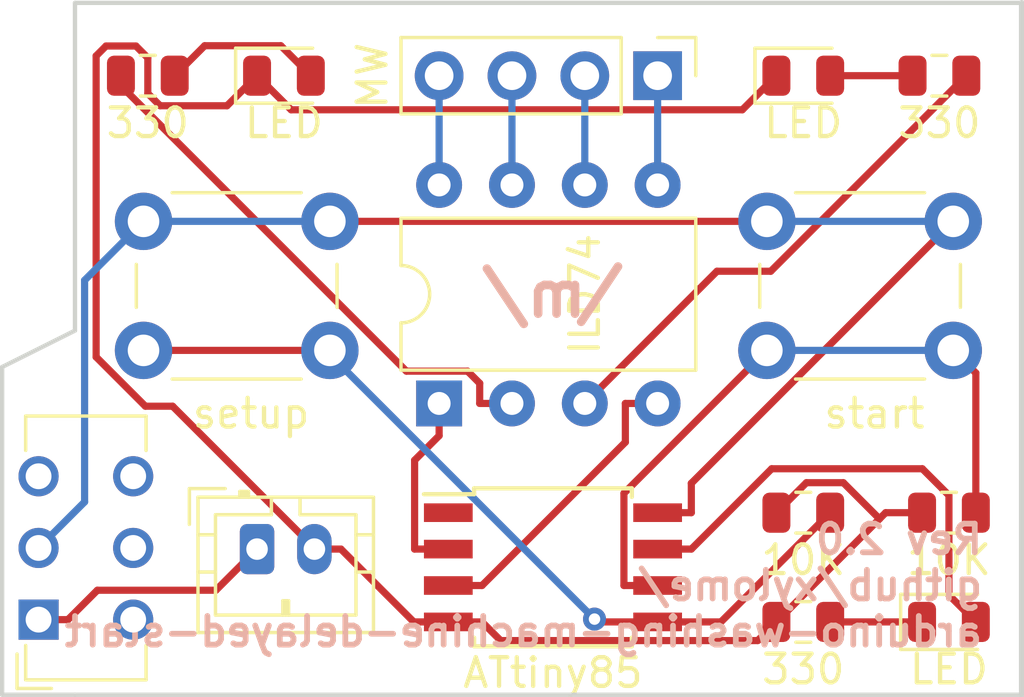
<source format=kicad_pcb>
(kicad_pcb (version 20171130) (host pcbnew "(5.0.1-3-g963ef8bb5)")

  (general
    (thickness 1.6)
    (drawings 9)
    (tracks 87)
    (zones 0)
    (modules 15)
    (nets 19)
  )

  (page A4)
  (layers
    (0 F.Cu signal)
    (31 B.Cu signal)
    (32 B.Adhes user)
    (33 F.Adhes user)
    (34 B.Paste user)
    (35 F.Paste user)
    (36 B.SilkS user)
    (37 F.SilkS user)
    (38 B.Mask user)
    (39 F.Mask user)
    (40 Dwgs.User user)
    (41 Cmts.User user)
    (42 Eco1.User user)
    (43 Eco2.User user)
    (44 Edge.Cuts user)
    (45 Margin user)
    (46 B.CrtYd user)
    (47 F.CrtYd user)
    (48 B.Fab user)
    (49 F.Fab user)
  )

  (setup
    (last_trace_width 0.25)
    (trace_clearance 0.2)
    (zone_clearance 0.508)
    (zone_45_only no)
    (trace_min 0.2)
    (segment_width 0.2)
    (edge_width 0.15)
    (via_size 0.8)
    (via_drill 0.4)
    (via_min_size 0.4)
    (via_min_drill 0.3)
    (uvia_size 0.3)
    (uvia_drill 0.1)
    (uvias_allowed no)
    (uvia_min_size 0.2)
    (uvia_min_drill 0.1)
    (pcb_text_width 0.3)
    (pcb_text_size 1.5 1.5)
    (mod_edge_width 0.15)
    (mod_text_size 1 1)
    (mod_text_width 0.15)
    (pad_size 1.524 1.524)
    (pad_drill 0.762)
    (pad_to_mask_clearance 0.051)
    (solder_mask_min_width 0.25)
    (aux_axis_origin 68.58 116.84)
    (grid_origin 68.58 116.84)
    (visible_elements FFFFFF7F)
    (pcbplotparams
      (layerselection 0x010fc_ffffffff)
      (usegerberextensions false)
      (usegerberattributes false)
      (usegerberadvancedattributes false)
      (creategerberjobfile false)
      (excludeedgelayer true)
      (linewidth 0.100000)
      (plotframeref false)
      (viasonmask false)
      (mode 1)
      (useauxorigin false)
      (hpglpennumber 1)
      (hpglpenspeed 20)
      (hpglpendiameter 15.000000)
      (psnegative false)
      (psa4output false)
      (plotreference true)
      (plotvalue true)
      (plotinvisibletext false)
      (padsonsilk false)
      (subtractmaskfromsilk false)
      (outputformat 1)
      (mirror false)
      (drillshape 0)
      (scaleselection 1)
      (outputdirectory "../../gerber/"))
  )

  (net 0 "")
  (net 1 "Net-(D1-Pad2)")
  (net 2 GND)
  (net 3 "Net-(D2-Pad2)")
  (net 4 "Net-(D3-Pad1)")
  (net 5 status)
  (net 6 "Net-(J1-Pad1)")
  (net 7 "Net-(J1-Pad2)")
  (net 8 "Net-(J1-Pad3)")
  (net 9 "Net-(J1-Pad4)")
  (net 10 +3V3)
  (net 11 "Net-(R1-Pad1)")
  (net 12 "Net-(R2-Pad2)")
  (net 13 setup)
  (net 14 start)
  (net 15 "Net-(U1-Pad1)")
  (net 16 onoff)
  (net 17 playpause)
  (net 18 "Net-(J2-Pad1)")

  (net_class Default "Ceci est la Netclass par défaut."
    (clearance 0.2)
    (trace_width 0.25)
    (via_dia 0.8)
    (via_drill 0.4)
    (uvia_dia 0.3)
    (uvia_drill 0.1)
    (add_net +3V3)
    (add_net GND)
    (add_net "Net-(D1-Pad2)")
    (add_net "Net-(D2-Pad2)")
    (add_net "Net-(D3-Pad1)")
    (add_net "Net-(J1-Pad1)")
    (add_net "Net-(J1-Pad2)")
    (add_net "Net-(J1-Pad3)")
    (add_net "Net-(J1-Pad4)")
    (add_net "Net-(J2-Pad1)")
    (add_net "Net-(R1-Pad1)")
    (add_net "Net-(R2-Pad2)")
    (add_net "Net-(U1-Pad1)")
    (add_net onoff)
    (add_net playpause)
    (add_net setup)
    (add_net start)
    (add_net status)
  )

  (module LED_SMD:LED_0805_2012Metric (layer F.Cu) (tedit 5C6488B2) (tstamp 5C70E5B9)
    (at 78.4075 95.25)
    (descr "LED SMD 0805 (2012 Metric), square (rectangular) end terminal, IPC_7351 nominal, (Body size source: https://docs.google.com/spreadsheets/d/1BsfQQcO9C6DZCsRaXUlFlo91Tg2WpOkGARC1WS5S8t0/edit?usp=sharing), generated with kicad-footprint-generator")
    (tags diode)
    (path /5C61417E)
    (attr smd)
    (fp_text reference D1 (at 0 -1.65) (layer F.SilkS) hide
      (effects (font (size 1 1) (thickness 0.15)))
    )
    (fp_text value LED (at 0 1.65) (layer F.SilkS)
      (effects (font (size 1 1) (thickness 0.15)))
    )
    (fp_text user %R (at 0 0) (layer F.Fab)
      (effects (font (size 0.5 0.5) (thickness 0.08)))
    )
    (fp_line (start 1.68 0.95) (end -1.68 0.95) (layer F.CrtYd) (width 0.05))
    (fp_line (start 1.68 -0.95) (end 1.68 0.95) (layer F.CrtYd) (width 0.05))
    (fp_line (start -1.68 -0.95) (end 1.68 -0.95) (layer F.CrtYd) (width 0.05))
    (fp_line (start -1.68 0.95) (end -1.68 -0.95) (layer F.CrtYd) (width 0.05))
    (fp_line (start -1.685 0.96) (end 1 0.96) (layer F.SilkS) (width 0.12))
    (fp_line (start -1.685 -0.96) (end -1.685 0.96) (layer F.SilkS) (width 0.12))
    (fp_line (start 1 -0.96) (end -1.685 -0.96) (layer F.SilkS) (width 0.12))
    (fp_line (start 1 0.6) (end 1 -0.6) (layer F.Fab) (width 0.1))
    (fp_line (start -1 0.6) (end 1 0.6) (layer F.Fab) (width 0.1))
    (fp_line (start -1 -0.3) (end -1 0.6) (layer F.Fab) (width 0.1))
    (fp_line (start -0.7 -0.6) (end -1 -0.3) (layer F.Fab) (width 0.1))
    (fp_line (start 1 -0.6) (end -0.7 -0.6) (layer F.Fab) (width 0.1))
    (pad 2 smd roundrect (at 0.9375 0) (size 0.975 1.4) (layers F.Cu F.Paste F.Mask) (roundrect_rratio 0.25)
      (net 1 "Net-(D1-Pad2)"))
    (pad 1 smd roundrect (at -0.9375 0) (size 0.975 1.4) (layers F.Cu F.Paste F.Mask) (roundrect_rratio 0.25)
      (net 2 GND))
    (model ${KISYS3DMOD}/LED_SMD.3dshapes/LED_0805_2012Metric.wrl
      (at (xyz 0 0 0))
      (scale (xyz 1 1 1))
      (rotate (xyz 0 0 0))
    )
  )

  (module LED_SMD:LED_0805_2012Metric (layer F.Cu) (tedit 5C6488A4) (tstamp 5C70E5CC)
    (at 96.52 95.25)
    (descr "LED SMD 0805 (2012 Metric), square (rectangular) end terminal, IPC_7351 nominal, (Body size source: https://docs.google.com/spreadsheets/d/1BsfQQcO9C6DZCsRaXUlFlo91Tg2WpOkGARC1WS5S8t0/edit?usp=sharing), generated with kicad-footprint-generator")
    (tags diode)
    (path /5C616BE6)
    (attr smd)
    (fp_text reference D2 (at 0 -1.65) (layer F.SilkS) hide
      (effects (font (size 1 1) (thickness 0.15)))
    )
    (fp_text value LED (at 0 1.65) (layer F.SilkS)
      (effects (font (size 1 1) (thickness 0.15)))
    )
    (fp_line (start 1 -0.6) (end -0.7 -0.6) (layer F.Fab) (width 0.1))
    (fp_line (start -0.7 -0.6) (end -1 -0.3) (layer F.Fab) (width 0.1))
    (fp_line (start -1 -0.3) (end -1 0.6) (layer F.Fab) (width 0.1))
    (fp_line (start -1 0.6) (end 1 0.6) (layer F.Fab) (width 0.1))
    (fp_line (start 1 0.6) (end 1 -0.6) (layer F.Fab) (width 0.1))
    (fp_line (start 1 -0.96) (end -1.685 -0.96) (layer F.SilkS) (width 0.12))
    (fp_line (start -1.685 -0.96) (end -1.685 0.96) (layer F.SilkS) (width 0.12))
    (fp_line (start -1.685 0.96) (end 1 0.96) (layer F.SilkS) (width 0.12))
    (fp_line (start -1.68 0.95) (end -1.68 -0.95) (layer F.CrtYd) (width 0.05))
    (fp_line (start -1.68 -0.95) (end 1.68 -0.95) (layer F.CrtYd) (width 0.05))
    (fp_line (start 1.68 -0.95) (end 1.68 0.95) (layer F.CrtYd) (width 0.05))
    (fp_line (start 1.68 0.95) (end -1.68 0.95) (layer F.CrtYd) (width 0.05))
    (fp_text user %R (at 0 0) (layer F.Fab)
      (effects (font (size 0.5 0.5) (thickness 0.08)))
    )
    (pad 1 smd roundrect (at -0.9375 0) (size 0.975 1.4) (layers F.Cu F.Paste F.Mask) (roundrect_rratio 0.25)
      (net 2 GND))
    (pad 2 smd roundrect (at 0.9375 0) (size 0.975 1.4) (layers F.Cu F.Paste F.Mask) (roundrect_rratio 0.25)
      (net 3 "Net-(D2-Pad2)"))
    (model ${KISYS3DMOD}/LED_SMD.3dshapes/LED_0805_2012Metric.wrl
      (at (xyz 0 0 0))
      (scale (xyz 1 1 1))
      (rotate (xyz 0 0 0))
    )
  )

  (module LED_SMD:LED_0805_2012Metric (layer F.Cu) (tedit 5C64888C) (tstamp 5C70E5DF)
    (at 101.6 114.3)
    (descr "LED SMD 0805 (2012 Metric), square (rectangular) end terminal, IPC_7351 nominal, (Body size source: https://docs.google.com/spreadsheets/d/1BsfQQcO9C6DZCsRaXUlFlo91Tg2WpOkGARC1WS5S8t0/edit?usp=sharing), generated with kicad-footprint-generator")
    (tags diode)
    (path /5C60F60B)
    (attr smd)
    (fp_text reference D3 (at 5.08 -2.54) (layer F.SilkS) hide
      (effects (font (size 1 1) (thickness 0.15)))
    )
    (fp_text value LED (at 0 1.65) (layer F.SilkS)
      (effects (font (size 1 1) (thickness 0.15)))
    )
    (fp_line (start 1 -0.6) (end -0.7 -0.6) (layer F.Fab) (width 0.1))
    (fp_line (start -0.7 -0.6) (end -1 -0.3) (layer F.Fab) (width 0.1))
    (fp_line (start -1 -0.3) (end -1 0.6) (layer F.Fab) (width 0.1))
    (fp_line (start -1 0.6) (end 1 0.6) (layer F.Fab) (width 0.1))
    (fp_line (start 1 0.6) (end 1 -0.6) (layer F.Fab) (width 0.1))
    (fp_line (start 1 -0.96) (end -1.685 -0.96) (layer F.SilkS) (width 0.12))
    (fp_line (start -1.685 -0.96) (end -1.685 0.96) (layer F.SilkS) (width 0.12))
    (fp_line (start -1.685 0.96) (end 1 0.96) (layer F.SilkS) (width 0.12))
    (fp_line (start -1.68 0.95) (end -1.68 -0.95) (layer F.CrtYd) (width 0.05))
    (fp_line (start -1.68 -0.95) (end 1.68 -0.95) (layer F.CrtYd) (width 0.05))
    (fp_line (start 1.68 -0.95) (end 1.68 0.95) (layer F.CrtYd) (width 0.05))
    (fp_line (start 1.68 0.95) (end -1.68 0.95) (layer F.CrtYd) (width 0.05))
    (fp_text user %R (at 0 0) (layer F.Fab)
      (effects (font (size 0.5 0.5) (thickness 0.08)))
    )
    (pad 1 smd roundrect (at -0.9375 0) (size 0.975 1.4) (layers F.Cu F.Paste F.Mask) (roundrect_rratio 0.25)
      (net 4 "Net-(D3-Pad1)"))
    (pad 2 smd roundrect (at 0.9375 0) (size 0.975 1.4) (layers F.Cu F.Paste F.Mask) (roundrect_rratio 0.25)
      (net 5 status))
    (model ${KISYS3DMOD}/LED_SMD.3dshapes/LED_0805_2012Metric.wrl
      (at (xyz 0 0 0))
      (scale (xyz 1 1 1))
      (rotate (xyz 0 0 0))
    )
  )

  (module Connector_PinHeader_2.54mm:PinHeader_1x04_P2.54mm_Vertical (layer F.Cu) (tedit 5C648946) (tstamp 5C70E5F7)
    (at 91.44 95.25 270)
    (descr "Through hole straight pin header, 1x04, 2.54mm pitch, single row")
    (tags "Through hole pin header THT 1x04 2.54mm single row")
    (path /5C64763D)
    (fp_text reference J1 (at 0 -2.33 270) (layer F.SilkS) hide
      (effects (font (size 1 1) (thickness 0.15)))
    )
    (fp_text value MW (at 0 9.95 270) (layer F.SilkS)
      (effects (font (size 1 1) (thickness 0.15)))
    )
    (fp_line (start -0.635 -1.27) (end 1.27 -1.27) (layer F.Fab) (width 0.1))
    (fp_line (start 1.27 -1.27) (end 1.27 8.89) (layer F.Fab) (width 0.1))
    (fp_line (start 1.27 8.89) (end -1.27 8.89) (layer F.Fab) (width 0.1))
    (fp_line (start -1.27 8.89) (end -1.27 -0.635) (layer F.Fab) (width 0.1))
    (fp_line (start -1.27 -0.635) (end -0.635 -1.27) (layer F.Fab) (width 0.1))
    (fp_line (start -1.33 8.95) (end 1.33 8.95) (layer F.SilkS) (width 0.12))
    (fp_line (start -1.33 1.27) (end -1.33 8.95) (layer F.SilkS) (width 0.12))
    (fp_line (start 1.33 1.27) (end 1.33 8.95) (layer F.SilkS) (width 0.12))
    (fp_line (start -1.33 1.27) (end 1.33 1.27) (layer F.SilkS) (width 0.12))
    (fp_line (start -1.33 0) (end -1.33 -1.33) (layer F.SilkS) (width 0.12))
    (fp_line (start -1.33 -1.33) (end 0 -1.33) (layer F.SilkS) (width 0.12))
    (fp_line (start -1.8 -1.8) (end -1.8 9.4) (layer F.CrtYd) (width 0.05))
    (fp_line (start -1.8 9.4) (end 1.8 9.4) (layer F.CrtYd) (width 0.05))
    (fp_line (start 1.8 9.4) (end 1.8 -1.8) (layer F.CrtYd) (width 0.05))
    (fp_line (start 1.8 -1.8) (end -1.8 -1.8) (layer F.CrtYd) (width 0.05))
    (fp_text user %R (at 0 3.81) (layer F.Fab)
      (effects (font (size 1 1) (thickness 0.15)))
    )
    (pad 1 thru_hole rect (at 0 0 270) (size 1.7 1.7) (drill 1) (layers *.Cu *.Mask)
      (net 6 "Net-(J1-Pad1)"))
    (pad 2 thru_hole oval (at 0 2.54 270) (size 1.7 1.7) (drill 1) (layers *.Cu *.Mask)
      (net 7 "Net-(J1-Pad2)"))
    (pad 3 thru_hole oval (at 0 5.08 270) (size 1.7 1.7) (drill 1) (layers *.Cu *.Mask)
      (net 8 "Net-(J1-Pad3)"))
    (pad 4 thru_hole oval (at 0 7.62 270) (size 1.7 1.7) (drill 1) (layers *.Cu *.Mask)
      (net 9 "Net-(J1-Pad4)"))
    (model ${KISYS3DMOD}/Connector_PinHeader_2.54mm.3dshapes/PinHeader_1x04_P2.54mm_Vertical.wrl
      (at (xyz 0 0 0))
      (scale (xyz 1 1 1))
      (rotate (xyz 0 0 0))
    )
  )

  (module Connector_JST:JST_PH_B2B-PH-K_1x02_P2.00mm_Vertical (layer F.Cu) (tedit 5C648515) (tstamp 5C70E621)
    (at 77.47 111.76)
    (descr "JST PH series connector, B2B-PH-K (http://www.jst-mfg.com/product/pdf/eng/ePH.pdf), generated with kicad-footprint-generator")
    (tags "connector JST PH side entry")
    (path /5C5F7A3D)
    (fp_text reference J2 (at 1 -2.9) (layer F.SilkS) hide
      (effects (font (size 1 1) (thickness 0.15)))
    )
    (fp_text value Alim (at 1 4) (layer F.Fab)
      (effects (font (size 1 1) (thickness 0.15)))
    )
    (fp_line (start -2.06 -1.81) (end -2.06 2.91) (layer F.SilkS) (width 0.12))
    (fp_line (start -2.06 2.91) (end 4.06 2.91) (layer F.SilkS) (width 0.12))
    (fp_line (start 4.06 2.91) (end 4.06 -1.81) (layer F.SilkS) (width 0.12))
    (fp_line (start 4.06 -1.81) (end -2.06 -1.81) (layer F.SilkS) (width 0.12))
    (fp_line (start -0.3 -1.81) (end -0.3 -2.01) (layer F.SilkS) (width 0.12))
    (fp_line (start -0.3 -2.01) (end -0.6 -2.01) (layer F.SilkS) (width 0.12))
    (fp_line (start -0.6 -2.01) (end -0.6 -1.81) (layer F.SilkS) (width 0.12))
    (fp_line (start -0.3 -1.91) (end -0.6 -1.91) (layer F.SilkS) (width 0.12))
    (fp_line (start 0.5 -1.81) (end 0.5 -1.2) (layer F.SilkS) (width 0.12))
    (fp_line (start 0.5 -1.2) (end -1.45 -1.2) (layer F.SilkS) (width 0.12))
    (fp_line (start -1.45 -1.2) (end -1.45 2.3) (layer F.SilkS) (width 0.12))
    (fp_line (start -1.45 2.3) (end 3.45 2.3) (layer F.SilkS) (width 0.12))
    (fp_line (start 3.45 2.3) (end 3.45 -1.2) (layer F.SilkS) (width 0.12))
    (fp_line (start 3.45 -1.2) (end 1.5 -1.2) (layer F.SilkS) (width 0.12))
    (fp_line (start 1.5 -1.2) (end 1.5 -1.81) (layer F.SilkS) (width 0.12))
    (fp_line (start -2.06 -0.5) (end -1.45 -0.5) (layer F.SilkS) (width 0.12))
    (fp_line (start -2.06 0.8) (end -1.45 0.8) (layer F.SilkS) (width 0.12))
    (fp_line (start 4.06 -0.5) (end 3.45 -0.5) (layer F.SilkS) (width 0.12))
    (fp_line (start 4.06 0.8) (end 3.45 0.8) (layer F.SilkS) (width 0.12))
    (fp_line (start 0.9 2.3) (end 0.9 1.8) (layer F.SilkS) (width 0.12))
    (fp_line (start 0.9 1.8) (end 1.1 1.8) (layer F.SilkS) (width 0.12))
    (fp_line (start 1.1 1.8) (end 1.1 2.3) (layer F.SilkS) (width 0.12))
    (fp_line (start 1 2.3) (end 1 1.8) (layer F.SilkS) (width 0.12))
    (fp_line (start -1.11 -2.11) (end -2.36 -2.11) (layer F.SilkS) (width 0.12))
    (fp_line (start -2.36 -2.11) (end -2.36 -0.86) (layer F.SilkS) (width 0.12))
    (fp_line (start -1.11 -2.11) (end -2.36 -2.11) (layer F.Fab) (width 0.1))
    (fp_line (start -2.36 -2.11) (end -2.36 -0.86) (layer F.Fab) (width 0.1))
    (fp_line (start -1.95 -1.7) (end -1.95 2.8) (layer F.Fab) (width 0.1))
    (fp_line (start -1.95 2.8) (end 3.95 2.8) (layer F.Fab) (width 0.1))
    (fp_line (start 3.95 2.8) (end 3.95 -1.7) (layer F.Fab) (width 0.1))
    (fp_line (start 3.95 -1.7) (end -1.95 -1.7) (layer F.Fab) (width 0.1))
    (fp_line (start -2.45 -2.2) (end -2.45 3.3) (layer F.CrtYd) (width 0.05))
    (fp_line (start -2.45 3.3) (end 4.45 3.3) (layer F.CrtYd) (width 0.05))
    (fp_line (start 4.45 3.3) (end 4.45 -2.2) (layer F.CrtYd) (width 0.05))
    (fp_line (start 4.45 -2.2) (end -2.45 -2.2) (layer F.CrtYd) (width 0.05))
    (fp_text user %R (at 1 1.5) (layer F.Fab)
      (effects (font (size 1 1) (thickness 0.15)))
    )
    (pad 1 thru_hole roundrect (at 0 0) (size 1.2 1.75) (drill 0.75) (layers *.Cu *.Mask) (roundrect_rratio 0.208333)
      (net 18 "Net-(J2-Pad1)"))
    (pad 2 thru_hole oval (at 2 0) (size 1.2 1.75) (drill 0.75) (layers *.Cu *.Mask)
      (net 2 GND))
    (model ${KISYS3DMOD}/Connector_JST.3dshapes/JST_PH_B2B-PH-K_1x02_P2.00mm_Vertical.wrl
      (at (xyz 0 0 0))
      (scale (xyz 1 1 1))
      (rotate (xyz 0 0 0))
    )
  )

  (module Resistor_SMD:R_0805_2012Metric (layer F.Cu) (tedit 5C6488C4) (tstamp 5C70E632)
    (at 73.66 95.25)
    (descr "Resistor SMD 0805 (2012 Metric), square (rectangular) end terminal, IPC_7351 nominal, (Body size source: https://docs.google.com/spreadsheets/d/1BsfQQcO9C6DZCsRaXUlFlo91Tg2WpOkGARC1WS5S8t0/edit?usp=sharing), generated with kicad-footprint-generator")
    (tags resistor)
    (path /5C613A0F)
    (attr smd)
    (fp_text reference R1 (at 0 -1.65) (layer F.SilkS) hide
      (effects (font (size 1 1) (thickness 0.15)))
    )
    (fp_text value 330 (at 0 1.65) (layer F.SilkS)
      (effects (font (size 1 1) (thickness 0.15)))
    )
    (fp_text user %R (at 0 0) (layer F.Fab)
      (effects (font (size 0.5 0.5) (thickness 0.08)))
    )
    (fp_line (start 1.68 0.95) (end -1.68 0.95) (layer F.CrtYd) (width 0.05))
    (fp_line (start 1.68 -0.95) (end 1.68 0.95) (layer F.CrtYd) (width 0.05))
    (fp_line (start -1.68 -0.95) (end 1.68 -0.95) (layer F.CrtYd) (width 0.05))
    (fp_line (start -1.68 0.95) (end -1.68 -0.95) (layer F.CrtYd) (width 0.05))
    (fp_line (start -0.258578 0.71) (end 0.258578 0.71) (layer F.SilkS) (width 0.12))
    (fp_line (start -0.258578 -0.71) (end 0.258578 -0.71) (layer F.SilkS) (width 0.12))
    (fp_line (start 1 0.6) (end -1 0.6) (layer F.Fab) (width 0.1))
    (fp_line (start 1 -0.6) (end 1 0.6) (layer F.Fab) (width 0.1))
    (fp_line (start -1 -0.6) (end 1 -0.6) (layer F.Fab) (width 0.1))
    (fp_line (start -1 0.6) (end -1 -0.6) (layer F.Fab) (width 0.1))
    (pad 2 smd roundrect (at 0.9375 0) (size 0.975 1.4) (layers F.Cu F.Paste F.Mask) (roundrect_rratio 0.25)
      (net 1 "Net-(D1-Pad2)"))
    (pad 1 smd roundrect (at -0.9375 0) (size 0.975 1.4) (layers F.Cu F.Paste F.Mask) (roundrect_rratio 0.25)
      (net 11 "Net-(R1-Pad1)"))
    (model ${KISYS3DMOD}/Resistor_SMD.3dshapes/R_0805_2012Metric.wrl
      (at (xyz 0 0 0))
      (scale (xyz 1 1 1))
      (rotate (xyz 0 0 0))
    )
  )

  (module Resistor_SMD:R_0805_2012Metric (layer F.Cu) (tedit 5C6488AB) (tstamp 5C70E643)
    (at 101.268 95.25)
    (descr "Resistor SMD 0805 (2012 Metric), square (rectangular) end terminal, IPC_7351 nominal, (Body size source: https://docs.google.com/spreadsheets/d/1BsfQQcO9C6DZCsRaXUlFlo91Tg2WpOkGARC1WS5S8t0/edit?usp=sharing), generated with kicad-footprint-generator")
    (tags resistor)
    (path /5C6163D7)
    (attr smd)
    (fp_text reference R2 (at 0 -1.65) (layer F.SilkS) hide
      (effects (font (size 1 1) (thickness 0.15)))
    )
    (fp_text value 330 (at 0 1.65) (layer F.SilkS)
      (effects (font (size 1 1) (thickness 0.15)))
    )
    (fp_line (start -1 0.6) (end -1 -0.6) (layer F.Fab) (width 0.1))
    (fp_line (start -1 -0.6) (end 1 -0.6) (layer F.Fab) (width 0.1))
    (fp_line (start 1 -0.6) (end 1 0.6) (layer F.Fab) (width 0.1))
    (fp_line (start 1 0.6) (end -1 0.6) (layer F.Fab) (width 0.1))
    (fp_line (start -0.258578 -0.71) (end 0.258578 -0.71) (layer F.SilkS) (width 0.12))
    (fp_line (start -0.258578 0.71) (end 0.258578 0.71) (layer F.SilkS) (width 0.12))
    (fp_line (start -1.68 0.95) (end -1.68 -0.95) (layer F.CrtYd) (width 0.05))
    (fp_line (start -1.68 -0.95) (end 1.68 -0.95) (layer F.CrtYd) (width 0.05))
    (fp_line (start 1.68 -0.95) (end 1.68 0.95) (layer F.CrtYd) (width 0.05))
    (fp_line (start 1.68 0.95) (end -1.68 0.95) (layer F.CrtYd) (width 0.05))
    (fp_text user %R (at 0 0) (layer F.Fab)
      (effects (font (size 0.5 0.5) (thickness 0.08)))
    )
    (pad 1 smd roundrect (at -0.9375 0) (size 0.975 1.4) (layers F.Cu F.Paste F.Mask) (roundrect_rratio 0.25)
      (net 3 "Net-(D2-Pad2)"))
    (pad 2 smd roundrect (at 0.9375 0) (size 0.975 1.4) (layers F.Cu F.Paste F.Mask) (roundrect_rratio 0.25)
      (net 12 "Net-(R2-Pad2)"))
    (model ${KISYS3DMOD}/Resistor_SMD.3dshapes/R_0805_2012Metric.wrl
      (at (xyz 0 0 0))
      (scale (xyz 1 1 1))
      (rotate (xyz 0 0 0))
    )
  )

  (module Resistor_SMD:R_0805_2012Metric (layer F.Cu) (tedit 5C648882) (tstamp 5C70E654)
    (at 96.52 114.3)
    (descr "Resistor SMD 0805 (2012 Metric), square (rectangular) end terminal, IPC_7351 nominal, (Body size source: https://docs.google.com/spreadsheets/d/1BsfQQcO9C6DZCsRaXUlFlo91Tg2WpOkGARC1WS5S8t0/edit?usp=sharing), generated with kicad-footprint-generator")
    (tags resistor)
    (path /5C610449)
    (attr smd)
    (fp_text reference R3 (at -2.54 -1.27) (layer F.SilkS) hide
      (effects (font (size 1 1) (thickness 0.15)))
    )
    (fp_text value 330 (at 0 1.65) (layer F.SilkS)
      (effects (font (size 1 1) (thickness 0.15)))
    )
    (fp_line (start -1 0.6) (end -1 -0.6) (layer F.Fab) (width 0.1))
    (fp_line (start -1 -0.6) (end 1 -0.6) (layer F.Fab) (width 0.1))
    (fp_line (start 1 -0.6) (end 1 0.6) (layer F.Fab) (width 0.1))
    (fp_line (start 1 0.6) (end -1 0.6) (layer F.Fab) (width 0.1))
    (fp_line (start -0.258578 -0.71) (end 0.258578 -0.71) (layer F.SilkS) (width 0.12))
    (fp_line (start -0.258578 0.71) (end 0.258578 0.71) (layer F.SilkS) (width 0.12))
    (fp_line (start -1.68 0.95) (end -1.68 -0.95) (layer F.CrtYd) (width 0.05))
    (fp_line (start -1.68 -0.95) (end 1.68 -0.95) (layer F.CrtYd) (width 0.05))
    (fp_line (start 1.68 -0.95) (end 1.68 0.95) (layer F.CrtYd) (width 0.05))
    (fp_line (start 1.68 0.95) (end -1.68 0.95) (layer F.CrtYd) (width 0.05))
    (fp_text user %R (at 0 0) (layer F.Fab)
      (effects (font (size 0.5 0.5) (thickness 0.08)))
    )
    (pad 1 smd roundrect (at -0.9375 0) (size 0.975 1.4) (layers F.Cu F.Paste F.Mask) (roundrect_rratio 0.25)
      (net 2 GND))
    (pad 2 smd roundrect (at 0.9375 0) (size 0.975 1.4) (layers F.Cu F.Paste F.Mask) (roundrect_rratio 0.25)
      (net 4 "Net-(D3-Pad1)"))
    (model ${KISYS3DMOD}/Resistor_SMD.3dshapes/R_0805_2012Metric.wrl
      (at (xyz 0 0 0))
      (scale (xyz 1 1 1))
      (rotate (xyz 0 0 0))
    )
  )

  (module Resistor_SMD:R_0805_2012Metric (layer F.Cu) (tedit 5C6488D8) (tstamp 5C70E665)
    (at 96.52 110.49)
    (descr "Resistor SMD 0805 (2012 Metric), square (rectangular) end terminal, IPC_7351 nominal, (Body size source: https://docs.google.com/spreadsheets/d/1BsfQQcO9C6DZCsRaXUlFlo91Tg2WpOkGARC1WS5S8t0/edit?usp=sharing), generated with kicad-footprint-generator")
    (tags resistor)
    (path /5C608EE1)
    (attr smd)
    (fp_text reference R4 (at 0 -1.65) (layer F.SilkS) hide
      (effects (font (size 1 1) (thickness 0.15)))
    )
    (fp_text value 10K (at 0 1.65) (layer F.SilkS)
      (effects (font (size 1 1) (thickness 0.15)))
    )
    (fp_line (start -1 0.6) (end -1 -0.6) (layer F.Fab) (width 0.1))
    (fp_line (start -1 -0.6) (end 1 -0.6) (layer F.Fab) (width 0.1))
    (fp_line (start 1 -0.6) (end 1 0.6) (layer F.Fab) (width 0.1))
    (fp_line (start 1 0.6) (end -1 0.6) (layer F.Fab) (width 0.1))
    (fp_line (start -0.258578 -0.71) (end 0.258578 -0.71) (layer F.SilkS) (width 0.12))
    (fp_line (start -0.258578 0.71) (end 0.258578 0.71) (layer F.SilkS) (width 0.12))
    (fp_line (start -1.68 0.95) (end -1.68 -0.95) (layer F.CrtYd) (width 0.05))
    (fp_line (start -1.68 -0.95) (end 1.68 -0.95) (layer F.CrtYd) (width 0.05))
    (fp_line (start 1.68 -0.95) (end 1.68 0.95) (layer F.CrtYd) (width 0.05))
    (fp_line (start 1.68 0.95) (end -1.68 0.95) (layer F.CrtYd) (width 0.05))
    (fp_text user %R (at 0 0) (layer F.Fab)
      (effects (font (size 0.5 0.5) (thickness 0.08)))
    )
    (pad 1 smd roundrect (at -0.9375 0) (size 0.975 1.4) (layers F.Cu F.Paste F.Mask) (roundrect_rratio 0.25)
      (net 2 GND))
    (pad 2 smd roundrect (at 0.9375 0) (size 0.975 1.4) (layers F.Cu F.Paste F.Mask) (roundrect_rratio 0.25)
      (net 13 setup))
    (model ${KISYS3DMOD}/Resistor_SMD.3dshapes/R_0805_2012Metric.wrl
      (at (xyz 0 0 0))
      (scale (xyz 1 1 1))
      (rotate (xyz 0 0 0))
    )
  )

  (module Resistor_SMD:R_0805_2012Metric (layer F.Cu) (tedit 5C6488CC) (tstamp 5C70E676)
    (at 101.6 110.49)
    (descr "Resistor SMD 0805 (2012 Metric), square (rectangular) end terminal, IPC_7351 nominal, (Body size source: https://docs.google.com/spreadsheets/d/1BsfQQcO9C6DZCsRaXUlFlo91Tg2WpOkGARC1WS5S8t0/edit?usp=sharing), generated with kicad-footprint-generator")
    (tags resistor)
    (path /5C60EE07)
    (attr smd)
    (fp_text reference R5 (at 0 -1.65) (layer F.SilkS) hide
      (effects (font (size 1 1) (thickness 0.15)))
    )
    (fp_text value 10K (at 0 1.65) (layer F.SilkS)
      (effects (font (size 1 1) (thickness 0.15)))
    )
    (fp_text user %R (at 0 0) (layer F.Fab)
      (effects (font (size 0.5 0.5) (thickness 0.08)))
    )
    (fp_line (start 1.68 0.95) (end -1.68 0.95) (layer F.CrtYd) (width 0.05))
    (fp_line (start 1.68 -0.95) (end 1.68 0.95) (layer F.CrtYd) (width 0.05))
    (fp_line (start -1.68 -0.95) (end 1.68 -0.95) (layer F.CrtYd) (width 0.05))
    (fp_line (start -1.68 0.95) (end -1.68 -0.95) (layer F.CrtYd) (width 0.05))
    (fp_line (start -0.258578 0.71) (end 0.258578 0.71) (layer F.SilkS) (width 0.12))
    (fp_line (start -0.258578 -0.71) (end 0.258578 -0.71) (layer F.SilkS) (width 0.12))
    (fp_line (start 1 0.6) (end -1 0.6) (layer F.Fab) (width 0.1))
    (fp_line (start 1 -0.6) (end 1 0.6) (layer F.Fab) (width 0.1))
    (fp_line (start -1 -0.6) (end 1 -0.6) (layer F.Fab) (width 0.1))
    (fp_line (start -1 0.6) (end -1 -0.6) (layer F.Fab) (width 0.1))
    (pad 2 smd roundrect (at 0.9375 0) (size 0.975 1.4) (layers F.Cu F.Paste F.Mask) (roundrect_rratio 0.25)
      (net 14 start))
    (pad 1 smd roundrect (at -0.9375 0) (size 0.975 1.4) (layers F.Cu F.Paste F.Mask) (roundrect_rratio 0.25)
      (net 2 GND))
    (model ${KISYS3DMOD}/Resistor_SMD.3dshapes/R_0805_2012Metric.wrl
      (at (xyz 0 0 0))
      (scale (xyz 1 1 1))
      (rotate (xyz 0 0 0))
    )
  )

  (module Button_Switch_THT:SW_PUSH_6mm (layer F.Cu) (tedit 5C6488BE) (tstamp 5C70E695)
    (at 73.51 100.33)
    (descr https://www.omron.com/ecb/products/pdf/en-b3f.pdf)
    (tags "tact sw push 6mm")
    (path /5C60CA51)
    (fp_text reference SW1 (at 3.25 -2) (layer F.SilkS) hide
      (effects (font (size 1 1) (thickness 0.15)))
    )
    (fp_text value setup (at 3.75 6.7) (layer F.SilkS)
      (effects (font (size 1 1) (thickness 0.15)))
    )
    (fp_text user %R (at 3.25 2.25) (layer F.Fab)
      (effects (font (size 1 1) (thickness 0.15)))
    )
    (fp_line (start 3.25 -0.75) (end 6.25 -0.75) (layer F.Fab) (width 0.1))
    (fp_line (start 6.25 -0.75) (end 6.25 5.25) (layer F.Fab) (width 0.1))
    (fp_line (start 6.25 5.25) (end 0.25 5.25) (layer F.Fab) (width 0.1))
    (fp_line (start 0.25 5.25) (end 0.25 -0.75) (layer F.Fab) (width 0.1))
    (fp_line (start 0.25 -0.75) (end 3.25 -0.75) (layer F.Fab) (width 0.1))
    (fp_line (start 7.75 6) (end 8 6) (layer F.CrtYd) (width 0.05))
    (fp_line (start 8 6) (end 8 5.75) (layer F.CrtYd) (width 0.05))
    (fp_line (start 7.75 -1.5) (end 8 -1.5) (layer F.CrtYd) (width 0.05))
    (fp_line (start 8 -1.5) (end 8 -1.25) (layer F.CrtYd) (width 0.05))
    (fp_line (start -1.5 -1.25) (end -1.5 -1.5) (layer F.CrtYd) (width 0.05))
    (fp_line (start -1.5 -1.5) (end -1.25 -1.5) (layer F.CrtYd) (width 0.05))
    (fp_line (start -1.5 5.75) (end -1.5 6) (layer F.CrtYd) (width 0.05))
    (fp_line (start -1.5 6) (end -1.25 6) (layer F.CrtYd) (width 0.05))
    (fp_line (start -1.25 -1.5) (end 7.75 -1.5) (layer F.CrtYd) (width 0.05))
    (fp_line (start -1.5 5.75) (end -1.5 -1.25) (layer F.CrtYd) (width 0.05))
    (fp_line (start 7.75 6) (end -1.25 6) (layer F.CrtYd) (width 0.05))
    (fp_line (start 8 -1.25) (end 8 5.75) (layer F.CrtYd) (width 0.05))
    (fp_line (start 1 5.5) (end 5.5 5.5) (layer F.SilkS) (width 0.12))
    (fp_line (start -0.25 1.5) (end -0.25 3) (layer F.SilkS) (width 0.12))
    (fp_line (start 5.5 -1) (end 1 -1) (layer F.SilkS) (width 0.12))
    (fp_line (start 6.75 3) (end 6.75 1.5) (layer F.SilkS) (width 0.12))
    (fp_circle (center 3.25 2.25) (end 1.25 2.5) (layer F.Fab) (width 0.1))
    (pad 2 thru_hole circle (at 0 4.5 90) (size 2 2) (drill 1.1) (layers *.Cu *.Mask)
      (net 13 setup))
    (pad 1 thru_hole circle (at 0 0 90) (size 2 2) (drill 1.1) (layers *.Cu *.Mask)
      (net 10 +3V3))
    (pad 2 thru_hole circle (at 6.5 4.5 90) (size 2 2) (drill 1.1) (layers *.Cu *.Mask)
      (net 13 setup))
    (pad 1 thru_hole circle (at 6.5 0 90) (size 2 2) (drill 1.1) (layers *.Cu *.Mask)
      (net 10 +3V3))
    (model ${KISYS3DMOD}/Button_Switch_THT.3dshapes/SW_PUSH_6mm.wrl
      (at (xyz 0 0 0))
      (scale (xyz 1 1 1))
      (rotate (xyz 0 0 0))
    )
  )

  (module Button_Switch_THT:SW_PUSH_6mm (layer F.Cu) (tedit 5C6488D3) (tstamp 5C70E6B4)
    (at 95.25 100.33)
    (descr https://www.omron.com/ecb/products/pdf/en-b3f.pdf)
    (tags "tact sw push 6mm")
    (path /5C60EE15)
    (fp_text reference SW2 (at 3.25 -2) (layer F.SilkS) hide
      (effects (font (size 1 1) (thickness 0.15)))
    )
    (fp_text value start (at 3.75 6.7) (layer F.SilkS)
      (effects (font (size 1 1) (thickness 0.15)))
    )
    (fp_circle (center 3.25 2.25) (end 1.25 2.5) (layer F.Fab) (width 0.1))
    (fp_line (start 6.75 3) (end 6.75 1.5) (layer F.SilkS) (width 0.12))
    (fp_line (start 5.5 -1) (end 1 -1) (layer F.SilkS) (width 0.12))
    (fp_line (start -0.25 1.5) (end -0.25 3) (layer F.SilkS) (width 0.12))
    (fp_line (start 1 5.5) (end 5.5 5.5) (layer F.SilkS) (width 0.12))
    (fp_line (start 8 -1.25) (end 8 5.75) (layer F.CrtYd) (width 0.05))
    (fp_line (start 7.75 6) (end -1.25 6) (layer F.CrtYd) (width 0.05))
    (fp_line (start -1.5 5.75) (end -1.5 -1.25) (layer F.CrtYd) (width 0.05))
    (fp_line (start -1.25 -1.5) (end 7.75 -1.5) (layer F.CrtYd) (width 0.05))
    (fp_line (start -1.5 6) (end -1.25 6) (layer F.CrtYd) (width 0.05))
    (fp_line (start -1.5 5.75) (end -1.5 6) (layer F.CrtYd) (width 0.05))
    (fp_line (start -1.5 -1.5) (end -1.25 -1.5) (layer F.CrtYd) (width 0.05))
    (fp_line (start -1.5 -1.25) (end -1.5 -1.5) (layer F.CrtYd) (width 0.05))
    (fp_line (start 8 -1.5) (end 8 -1.25) (layer F.CrtYd) (width 0.05))
    (fp_line (start 7.75 -1.5) (end 8 -1.5) (layer F.CrtYd) (width 0.05))
    (fp_line (start 8 6) (end 8 5.75) (layer F.CrtYd) (width 0.05))
    (fp_line (start 7.75 6) (end 8 6) (layer F.CrtYd) (width 0.05))
    (fp_line (start 0.25 -0.75) (end 3.25 -0.75) (layer F.Fab) (width 0.1))
    (fp_line (start 0.25 5.25) (end 0.25 -0.75) (layer F.Fab) (width 0.1))
    (fp_line (start 6.25 5.25) (end 0.25 5.25) (layer F.Fab) (width 0.1))
    (fp_line (start 6.25 -0.75) (end 6.25 5.25) (layer F.Fab) (width 0.1))
    (fp_line (start 3.25 -0.75) (end 6.25 -0.75) (layer F.Fab) (width 0.1))
    (fp_text user %R (at 3.25 2.25) (layer F.Fab)
      (effects (font (size 1 1) (thickness 0.15)))
    )
    (pad 1 thru_hole circle (at 6.5 0 90) (size 2 2) (drill 1.1) (layers *.Cu *.Mask)
      (net 10 +3V3))
    (pad 2 thru_hole circle (at 6.5 4.5 90) (size 2 2) (drill 1.1) (layers *.Cu *.Mask)
      (net 14 start))
    (pad 1 thru_hole circle (at 0 0 90) (size 2 2) (drill 1.1) (layers *.Cu *.Mask)
      (net 10 +3V3))
    (pad 2 thru_hole circle (at 0 4.5 90) (size 2 2) (drill 1.1) (layers *.Cu *.Mask)
      (net 14 start))
    (model ${KISYS3DMOD}/Button_Switch_THT.3dshapes/SW_PUSH_6mm.wrl
      (at (xyz 0 0 0))
      (scale (xyz 1 1 1))
      (rotate (xyz 0 0 0))
    )
  )

  (module Package_SO:SOIJ-8_5.3x5.3mm_P1.27mm (layer F.Cu) (tedit 5C648855) (tstamp 5C70E6D1)
    (at 87.79 112.395)
    (descr "8-Lead Plastic Small Outline (SM) - Medium, 5.28 mm Body [SOIC] (see Microchip Packaging Specification 00000049BS.pdf)")
    (tags "SOIC 1.27")
    (path /5C5F11B4)
    (attr smd)
    (fp_text reference U1 (at 0 -3.68) (layer F.SilkS) hide
      (effects (font (size 1 1) (thickness 0.15)))
    )
    (fp_text value ATtiny85 (at 0 3.68) (layer F.SilkS)
      (effects (font (size 1 1) (thickness 0.15)))
    )
    (fp_text user %R (at 0 0) (layer F.Fab)
      (effects (font (size 1 1) (thickness 0.15)))
    )
    (fp_line (start -1.65 -2.65) (end 2.65 -2.65) (layer F.Fab) (width 0.15))
    (fp_line (start 2.65 -2.65) (end 2.65 2.65) (layer F.Fab) (width 0.15))
    (fp_line (start 2.65 2.65) (end -2.65 2.65) (layer F.Fab) (width 0.15))
    (fp_line (start -2.65 2.65) (end -2.65 -1.65) (layer F.Fab) (width 0.15))
    (fp_line (start -2.65 -1.65) (end -1.65 -2.65) (layer F.Fab) (width 0.15))
    (fp_line (start -4.75 -2.95) (end -4.75 2.95) (layer F.CrtYd) (width 0.05))
    (fp_line (start 4.75 -2.95) (end 4.75 2.95) (layer F.CrtYd) (width 0.05))
    (fp_line (start -4.75 -2.95) (end 4.75 -2.95) (layer F.CrtYd) (width 0.05))
    (fp_line (start -4.75 2.95) (end 4.75 2.95) (layer F.CrtYd) (width 0.05))
    (fp_line (start -2.75 -2.755) (end -2.75 -2.55) (layer F.SilkS) (width 0.15))
    (fp_line (start 2.75 -2.755) (end 2.75 -2.455) (layer F.SilkS) (width 0.15))
    (fp_line (start 2.75 2.755) (end 2.75 2.455) (layer F.SilkS) (width 0.15))
    (fp_line (start -2.75 2.755) (end -2.75 2.455) (layer F.SilkS) (width 0.15))
    (fp_line (start -2.75 -2.755) (end 2.75 -2.755) (layer F.SilkS) (width 0.15))
    (fp_line (start -2.75 2.755) (end 2.75 2.755) (layer F.SilkS) (width 0.15))
    (fp_line (start -2.75 -2.55) (end -4.5 -2.55) (layer F.SilkS) (width 0.15))
    (pad 1 smd rect (at -3.65 -1.905) (size 1.7 0.65) (layers F.Cu F.Paste F.Mask)
      (net 15 "Net-(U1-Pad1)"))
    (pad 2 smd rect (at -3.65 -0.635) (size 1.7 0.65) (layers F.Cu F.Paste F.Mask)
      (net 16 onoff))
    (pad 3 smd rect (at -3.65 0.635) (size 1.7 0.65) (layers F.Cu F.Paste F.Mask)
      (net 17 playpause))
    (pad 4 smd rect (at -3.65 1.905) (size 1.7 0.65) (layers F.Cu F.Paste F.Mask)
      (net 2 GND))
    (pad 5 smd rect (at 3.65 1.905) (size 1.7 0.65) (layers F.Cu F.Paste F.Mask)
      (net 13 setup))
    (pad 6 smd rect (at 3.65 0.635) (size 1.7 0.65) (layers F.Cu F.Paste F.Mask)
      (net 14 start))
    (pad 7 smd rect (at 3.65 -0.635) (size 1.7 0.65) (layers F.Cu F.Paste F.Mask)
      (net 5 status))
    (pad 8 smd rect (at 3.65 -1.905) (size 1.7 0.65) (layers F.Cu F.Paste F.Mask)
      (net 10 +3V3))
    (model ${KISYS3DMOD}/Package_SO.3dshapes/SOIJ-8_5.3x5.3mm_P1.27mm.wrl
      (at (xyz 0 0 0))
      (scale (xyz 1 1 1))
      (rotate (xyz 0 0 0))
    )
  )

  (module Package_DIP:DIP-8_W7.62mm (layer F.Cu) (tedit 5C64889A) (tstamp 5C70E6ED)
    (at 83.82 106.68 90)
    (descr "8-lead though-hole mounted DIP package, row spacing 7.62 mm (300 mils)")
    (tags "THT DIP DIL PDIP 2.54mm 7.62mm 300mil")
    (path /5C5F5230)
    (fp_text reference U2 (at 3.81 -2.33 90) (layer F.SilkS) hide
      (effects (font (size 1 1) (thickness 0.15)))
    )
    (fp_text value ILD74 (at 3.81 5.08 90) (layer F.SilkS)
      (effects (font (size 1 1) (thickness 0.15)))
    )
    (fp_arc (start 3.81 -1.33) (end 2.81 -1.33) (angle -180) (layer F.SilkS) (width 0.12))
    (fp_line (start 1.635 -1.27) (end 6.985 -1.27) (layer F.Fab) (width 0.1))
    (fp_line (start 6.985 -1.27) (end 6.985 8.89) (layer F.Fab) (width 0.1))
    (fp_line (start 6.985 8.89) (end 0.635 8.89) (layer F.Fab) (width 0.1))
    (fp_line (start 0.635 8.89) (end 0.635 -0.27) (layer F.Fab) (width 0.1))
    (fp_line (start 0.635 -0.27) (end 1.635 -1.27) (layer F.Fab) (width 0.1))
    (fp_line (start 2.81 -1.33) (end 1.16 -1.33) (layer F.SilkS) (width 0.12))
    (fp_line (start 1.16 -1.33) (end 1.16 8.95) (layer F.SilkS) (width 0.12))
    (fp_line (start 1.16 8.95) (end 6.46 8.95) (layer F.SilkS) (width 0.12))
    (fp_line (start 6.46 8.95) (end 6.46 -1.33) (layer F.SilkS) (width 0.12))
    (fp_line (start 6.46 -1.33) (end 4.81 -1.33) (layer F.SilkS) (width 0.12))
    (fp_line (start -1.1 -1.55) (end -1.1 9.15) (layer F.CrtYd) (width 0.05))
    (fp_line (start -1.1 9.15) (end 8.7 9.15) (layer F.CrtYd) (width 0.05))
    (fp_line (start 8.7 9.15) (end 8.7 -1.55) (layer F.CrtYd) (width 0.05))
    (fp_line (start 8.7 -1.55) (end -1.1 -1.55) (layer F.CrtYd) (width 0.05))
    (fp_text user %R (at 3.81 2.54 90) (layer F.Fab)
      (effects (font (size 1 1) (thickness 0.15)))
    )
    (pad 1 thru_hole rect (at 0 0 90) (size 1.6 1.6) (drill 0.8) (layers *.Cu *.Mask)
      (net 16 onoff))
    (pad 5 thru_hole oval (at 7.62 7.62 90) (size 1.6 1.6) (drill 0.8) (layers *.Cu *.Mask)
      (net 6 "Net-(J1-Pad1)"))
    (pad 2 thru_hole oval (at 0 2.54 90) (size 1.6 1.6) (drill 0.8) (layers *.Cu *.Mask)
      (net 11 "Net-(R1-Pad1)"))
    (pad 6 thru_hole oval (at 7.62 5.08 90) (size 1.6 1.6) (drill 0.8) (layers *.Cu *.Mask)
      (net 7 "Net-(J1-Pad2)"))
    (pad 3 thru_hole oval (at 0 5.08 90) (size 1.6 1.6) (drill 0.8) (layers *.Cu *.Mask)
      (net 12 "Net-(R2-Pad2)"))
    (pad 7 thru_hole oval (at 7.62 2.54 90) (size 1.6 1.6) (drill 0.8) (layers *.Cu *.Mask)
      (net 8 "Net-(J1-Pad3)"))
    (pad 4 thru_hole oval (at 0 7.62 90) (size 1.6 1.6) (drill 0.8) (layers *.Cu *.Mask)
      (net 17 playpause))
    (pad 8 thru_hole oval (at 7.62 0 90) (size 1.6 1.6) (drill 0.8) (layers *.Cu *.Mask)
      (net 9 "Net-(J1-Pad4)"))
    (model ${KISYS3DMOD}/Package_DIP.3dshapes/DIP-8_W7.62mm.wrl
      (at (xyz 0 0 0))
      (scale (xyz 1 1 1))
      (rotate (xyz 0 0 0))
    )
  )

  (module Button_Switch_THT:SW_CuK_JS202011CQN_DPDT_Straight (layer F.Cu) (tedit 5C6484A4) (tstamp 5C711449)
    (at 69.85 114.22 90)
    (descr "CuK sub miniature slide switch, JS series, DPDT, right angle, http://www.ckswitches.com/media/1422/js.pdf")
    (tags "switch DPDT")
    (path /5C656D7A)
    (fp_text reference SW3 (at 2.75 -1.6 90) (layer F.SilkS) hide
      (effects (font (size 1 1) (thickness 0.15)))
    )
    (fp_text value SW_DIP_x01 (at 3 5 90) (layer F.Fab) hide
      (effects (font (size 1 1) (thickness 0.15)))
    )
    (fp_line (start -1 -0.35) (end -2 0.65) (layer F.Fab) (width 0.1))
    (fp_line (start -2.25 4.25) (end -2.25 -0.95) (layer F.CrtYd) (width 0.05))
    (fp_line (start 7.25 4.25) (end -2.25 4.25) (layer F.CrtYd) (width 0.05))
    (fp_line (start 7.25 -0.95) (end 7.25 4.25) (layer F.CrtYd) (width 0.05))
    (fp_line (start -2.25 -0.95) (end 7.25 -0.95) (layer F.CrtYd) (width 0.05))
    (fp_line (start -2.4 -0.75) (end -2.4 0.45) (layer F.SilkS) (width 0.12))
    (fp_line (start -1.2 -0.75) (end -2.4 -0.75) (layer F.SilkS) (width 0.12))
    (fp_line (start 7.1 3.75) (end 5.9 3.75) (layer F.SilkS) (width 0.12))
    (fp_line (start 7.1 -0.45) (end 7.1 3.75) (layer F.SilkS) (width 0.12))
    (fp_line (start 5.9 -0.45) (end 7.1 -0.45) (layer F.SilkS) (width 0.12))
    (fp_line (start -2.1 3.75) (end -0.9 3.75) (layer F.SilkS) (width 0.12))
    (fp_line (start -2.1 -0.45) (end -2.1 3.75) (layer F.SilkS) (width 0.12))
    (fp_line (start -0.9 -0.45) (end -2.1 -0.45) (layer F.SilkS) (width 0.12))
    (fp_text user %R (at 2 1.65 90) (layer F.Fab)
      (effects (font (size 1 1) (thickness 0.15)))
    )
    (fp_line (start -2 3.65) (end -2 0.65) (layer F.Fab) (width 0.1))
    (fp_line (start 7 3.65) (end -2 3.65) (layer F.Fab) (width 0.1))
    (fp_line (start 7 -0.35) (end 7 3.65) (layer F.Fab) (width 0.1))
    (fp_line (start -1 -0.35) (end 7 -0.35) (layer F.Fab) (width 0.1))
    (pad 1 thru_hole rect (at 0 0 90) (size 1.4 1.4) (drill 0.9) (layers *.Cu *.Mask)
      (net 18 "Net-(J2-Pad1)"))
    (pad 2 thru_hole circle (at 2.5 0 90) (size 1.4 1.4) (drill 0.9) (layers *.Cu *.Mask)
      (net 10 +3V3))
    (pad 3 thru_hole circle (at 5 0 90) (size 1.4 1.4) (drill 0.9) (layers *.Cu *.Mask))
    (pad 4 thru_hole circle (at 0 3.3 90) (size 1.4 1.4) (drill 0.9) (layers *.Cu *.Mask))
    (pad 5 thru_hole circle (at 2.5 3.3 90) (size 1.4 1.4) (drill 0.9) (layers *.Cu *.Mask))
    (pad 6 thru_hole circle (at 5 3.3 90) (size 1.4 1.4) (drill 0.9) (layers *.Cu *.Mask))
    (model ${KISYS3DMOD}/Button_Switch_THT.3dshapes/SW_CuK_JS202011CQN_DPDT_Straight.wrl
      (at (xyz 0 0 0))
      (scale (xyz 1 1 1))
      (rotate (xyz 0 0 0))
    )
  )

  (gr_text \m/ (at 87.63 102.87) (layer B.SilkS)
    (effects (font (size 1.5 1.5) (thickness 0.3)) (justify mirror))
  )
  (gr_text "Rev 2.0\ngithub/xylome/\narduino-washing-machine-delayed-start" (at 102.87 113.03) (layer B.SilkS)
    (effects (font (size 1 1) (thickness 0.2)) (justify left mirror))
  )
  (gr_line (start 71.12 104.14) (end 71.12 92.71) (layer Edge.Cuts) (width 0.15))
  (gr_line (start 68.58 105.41) (end 71.12 104.14) (layer Edge.Cuts) (width 0.15))
  (gr_line (start 68.58 116.84) (end 68.58 105.41) (layer Edge.Cuts) (width 0.15))
  (gr_line (start 71.12 116.84) (end 68.58 116.84) (layer Edge.Cuts) (width 0.15))
  (gr_line (start 104.14 116.84) (end 71.12 116.84) (layer Edge.Cuts) (width 0.15))
  (gr_line (start 71.12 92.71) (end 104.14 92.71) (layer Edge.Cuts) (width 0.15))
  (gr_line (start 104.14 92.71) (end 104.14 116.84) (layer Edge.Cuts) (width 0.2))

  (segment (start 74.5975 95.25) (end 75.6427 94.2048) (width 0.25) (layer F.Cu) (net 1))
  (segment (start 75.6427 94.2048) (end 78.2998 94.2048) (width 0.25) (layer F.Cu) (net 1))
  (segment (start 78.2998 94.2048) (end 79.345 95.25) (width 0.25) (layer F.Cu) (net 1))
  (segment (start 77.47 95.25) (end 78.6589 96.4389) (width 0.25) (layer F.Cu) (net 2))
  (segment (start 78.6589 96.4389) (end 94.3936 96.4389) (width 0.25) (layer F.Cu) (net 2))
  (segment (start 94.3936 96.4389) (end 95.5825 95.25) (width 0.25) (layer F.Cu) (net 2))
  (segment (start 79.5085 111.76) (end 74.5251 106.7766) (width 0.25) (layer F.Cu) (net 2))
  (segment (start 74.5251 106.7766) (end 73.5742 106.7766) (width 0.25) (layer F.Cu) (net 2))
  (segment (start 73.5742 106.7766) (end 71.858 105.0604) (width 0.25) (layer F.Cu) (net 2))
  (segment (start 71.858 105.0604) (end 71.858 94.5589) (width 0.25) (layer F.Cu) (net 2))
  (segment (start 71.858 94.5589) (end 72.2026 94.2143) (width 0.25) (layer F.Cu) (net 2))
  (segment (start 72.2026 94.2143) (end 73.2461 94.2143) (width 0.25) (layer F.Cu) (net 2))
  (segment (start 73.2461 94.2143) (end 73.66 94.6282) (width 0.25) (layer F.Cu) (net 2))
  (segment (start 73.66 94.6282) (end 73.66 95.8691) (width 0.25) (layer F.Cu) (net 2))
  (segment (start 73.66 95.8691) (end 74.0887 96.2978) (width 0.25) (layer F.Cu) (net 2))
  (segment (start 74.0887 96.2978) (end 76.4222 96.2978) (width 0.25) (layer F.Cu) (net 2))
  (segment (start 76.4222 96.2978) (end 77.47 95.25) (width 0.25) (layer F.Cu) (net 2))
  (segment (start 79.5085 111.76) (end 80.3953 111.76) (width 0.25) (layer F.Cu) (net 2))
  (segment (start 79.47 111.76) (end 79.5085 111.76) (width 0.25) (layer F.Cu) (net 2))
  (segment (start 99.1778 110.7047) (end 95.5825 114.3) (width 0.25) (layer F.Cu) (net 2))
  (segment (start 100.6625 110.49) (end 99.3925 110.49) (width 0.25) (layer F.Cu) (net 2))
  (segment (start 99.3925 110.49) (end 99.1778 110.7047) (width 0.25) (layer F.Cu) (net 2))
  (segment (start 99.1778 110.7047) (end 97.9169 109.4438) (width 0.25) (layer F.Cu) (net 2))
  (segment (start 97.9169 109.4438) (end 96.6287 109.4438) (width 0.25) (layer F.Cu) (net 2))
  (segment (start 96.6287 109.4438) (end 95.5825 110.49) (width 0.25) (layer F.Cu) (net 2))
  (segment (start 84.14 114.3) (end 85.3153 114.3) (width 0.25) (layer F.Cu) (net 2))
  (segment (start 95.5825 114.3) (end 94.9322 114.9503) (width 0.25) (layer F.Cu) (net 2))
  (segment (start 94.9322 114.9503) (end 85.9656 114.9503) (width 0.25) (layer F.Cu) (net 2))
  (segment (start 85.9656 114.9503) (end 85.3153 114.3) (width 0.25) (layer F.Cu) (net 2))
  (segment (start 84.14 114.3) (end 82.9353 114.3) (width 0.25) (layer F.Cu) (net 2))
  (segment (start 82.9353 114.3) (end 80.3953 111.76) (width 0.25) (layer F.Cu) (net 2))
  (segment (start 100.3305 95.25) (end 97.4575 95.25) (width 0.25) (layer F.Cu) (net 3))
  (segment (start 97.4575 114.3) (end 100.6625 114.3) (width 0.25) (layer F.Cu) (net 4))
  (segment (start 91.44 111.76) (end 92.6153 111.76) (width 0.25) (layer F.Cu) (net 5))
  (segment (start 92.6153 111.76) (end 95.4174 108.9579) (width 0.25) (layer F.Cu) (net 5))
  (segment (start 95.4174 108.9579) (end 100.6716 108.9579) (width 0.25) (layer F.Cu) (net 5))
  (segment (start 100.6716 108.9579) (end 101.6 109.8863) (width 0.25) (layer F.Cu) (net 5))
  (segment (start 101.6 109.8863) (end 101.6 113.3625) (width 0.25) (layer F.Cu) (net 5))
  (segment (start 101.6 113.3625) (end 102.5375 114.3) (width 0.25) (layer F.Cu) (net 5))
  (segment (start 91.44 99.06) (end 91.44 95.25) (width 0.25) (layer B.Cu) (net 6))
  (segment (start 88.9 99.06) (end 88.9 95.25) (width 0.25) (layer B.Cu) (net 7))
  (segment (start 86.36 99.06) (end 86.36 95.25) (width 0.25) (layer B.Cu) (net 8))
  (segment (start 83.82 99.06) (end 83.82 95.25) (width 0.25) (layer B.Cu) (net 9))
  (segment (start 69.85 111.72) (end 71.4554 110.1146) (width 0.25) (layer B.Cu) (net 10))
  (segment (start 71.4554 110.1146) (end 71.4554 102.3846) (width 0.25) (layer B.Cu) (net 10))
  (segment (start 71.4554 102.3846) (end 73.51 100.33) (width 0.25) (layer B.Cu) (net 10))
  (segment (start 80.01 100.33) (end 73.51 100.33) (width 0.25) (layer B.Cu) (net 10))
  (segment (start 95.25 100.33) (end 80.01 100.33) (width 0.25) (layer F.Cu) (net 10))
  (segment (start 95.25 100.33) (end 101.75 100.33) (width 0.25) (layer B.Cu) (net 10))
  (segment (start 92.6153 110.49) (end 92.6153 109.4647) (width 0.25) (layer F.Cu) (net 10))
  (segment (start 92.6153 109.4647) (end 101.75 100.33) (width 0.25) (layer F.Cu) (net 10))
  (segment (start 91.44 110.49) (end 92.6153 110.49) (width 0.25) (layer F.Cu) (net 10))
  (segment (start 86.36 106.68) (end 85.2347 106.68) (width 0.25) (layer F.Cu) (net 11))
  (segment (start 85.2347 106.68) (end 85.2347 105.9766) (width 0.25) (layer F.Cu) (net 11))
  (segment (start 85.2347 105.9766) (end 84.8128 105.5547) (width 0.25) (layer F.Cu) (net 11))
  (segment (start 84.8128 105.5547) (end 82.6786 105.5547) (width 0.25) (layer F.Cu) (net 11))
  (segment (start 82.6786 105.5547) (end 72.7225 95.5986) (width 0.25) (layer F.Cu) (net 11))
  (segment (start 72.7225 95.5986) (end 72.7225 95.25) (width 0.25) (layer F.Cu) (net 11))
  (segment (start 88.9 106.68) (end 93.5099 102.0701) (width 0.25) (layer F.Cu) (net 12))
  (segment (start 93.5099 102.0701) (end 95.3854 102.0701) (width 0.25) (layer F.Cu) (net 12))
  (segment (start 95.3854 102.0701) (end 102.2055 95.25) (width 0.25) (layer F.Cu) (net 12))
  (segment (start 91.44 114.3) (end 89.3374 114.3) (width 0.25) (layer F.Cu) (net 13))
  (segment (start 89.3374 114.3) (end 89.2386 114.2012) (width 0.25) (layer F.Cu) (net 13))
  (segment (start 80.01 104.83) (end 80.01 104.9726) (width 0.25) (layer B.Cu) (net 13))
  (segment (start 80.01 104.9726) (end 89.2386 114.2012) (width 0.25) (layer B.Cu) (net 13))
  (segment (start 97.4575 110.49) (end 93.6475 114.3) (width 0.25) (layer F.Cu) (net 13))
  (segment (start 93.6475 114.3) (end 91.44 114.3) (width 0.25) (layer F.Cu) (net 13))
  (segment (start 80.01 104.83) (end 73.51 104.83) (width 0.25) (layer F.Cu) (net 13))
  (via (at 89.2386 114.2012) (size 0.8) (layers F.Cu B.Cu) (net 13))
  (segment (start 101.75 104.83) (end 102.5375 105.6175) (width 0.25) (layer F.Cu) (net 14))
  (segment (start 102.5375 105.6175) (end 102.5375 110.49) (width 0.25) (layer F.Cu) (net 14))
  (segment (start 95.25 104.83) (end 101.75 104.83) (width 0.25) (layer B.Cu) (net 14))
  (segment (start 91.44 113.03) (end 90.2647 113.03) (width 0.25) (layer F.Cu) (net 14))
  (segment (start 90.2647 113.03) (end 90.2647 109.8153) (width 0.25) (layer F.Cu) (net 14))
  (segment (start 90.2647 109.8153) (end 95.25 104.83) (width 0.25) (layer F.Cu) (net 14))
  (segment (start 84.14 111.76) (end 82.9647 111.76) (width 0.25) (layer F.Cu) (net 16))
  (segment (start 83.82 106.68) (end 83.82 107.8053) (width 0.25) (layer F.Cu) (net 16))
  (segment (start 83.82 107.8053) (end 82.9647 108.6606) (width 0.25) (layer F.Cu) (net 16))
  (segment (start 82.9647 108.6606) (end 82.9647 111.76) (width 0.25) (layer F.Cu) (net 16))
  (segment (start 90.3147 106.68) (end 90.3147 108.0306) (width 0.25) (layer F.Cu) (net 17))
  (segment (start 90.3147 108.0306) (end 85.3153 113.03) (width 0.25) (layer F.Cu) (net 17))
  (segment (start 84.14 113.03) (end 85.3153 113.03) (width 0.25) (layer F.Cu) (net 17))
  (segment (start 91.44 106.68) (end 90.3147 106.68) (width 0.25) (layer F.Cu) (net 17))
  (segment (start 69.85 114.22) (end 70.8753 114.22) (width 0.25) (layer F.Cu) (net 18))
  (segment (start 70.8753 114.22) (end 71.9006 113.1947) (width 0.25) (layer F.Cu) (net 18))
  (segment (start 71.9006 113.1947) (end 76.0353 113.1947) (width 0.25) (layer F.Cu) (net 18))
  (segment (start 76.0353 113.1947) (end 77.47 111.76) (width 0.25) (layer F.Cu) (net 18))

)

</source>
